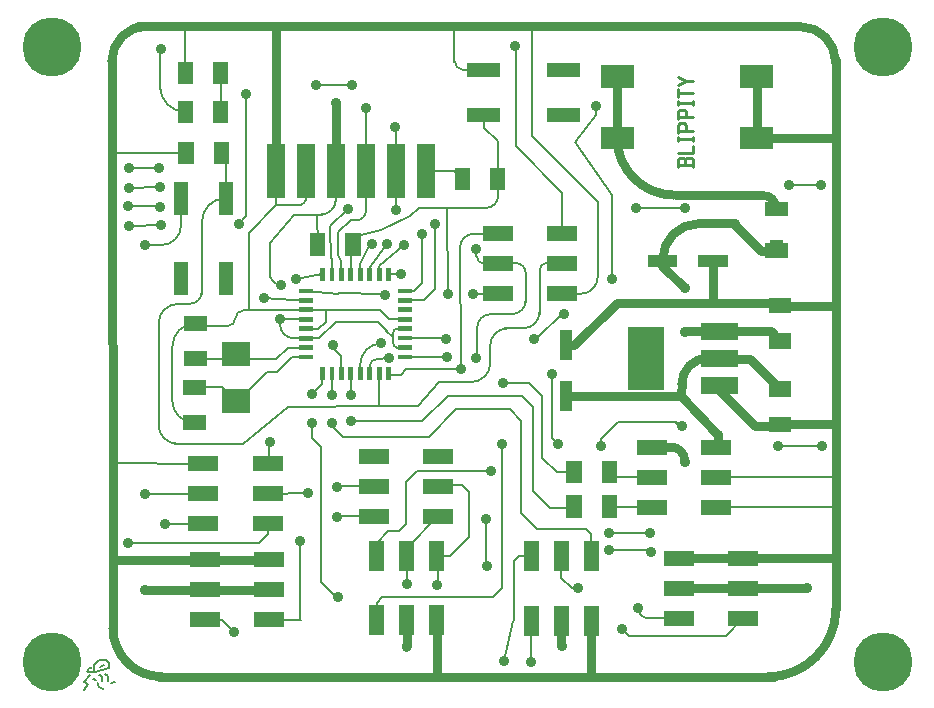
<source format=gbr>
G04 start of page 2 for group 0 idx 0 *
G04 Title: (unknown), top *
G04 Creator: pcb 20140316 *
G04 CreationDate: Wed Jul  8 15:06:37 2015 UTC *
G04 For: frankenteddy *
G04 Format: Gerber/RS-274X *
G04 PCB-Dimensions (mil): 3270.00 2515.00 *
G04 PCB-Coordinate-Origin: lower left *
%MOIN*%
%FSLAX25Y25*%
%LNTOP*%
%ADD28C,0.1575*%
%ADD27C,0.0150*%
%ADD26C,0.1968*%
%ADD25C,0.0350*%
%ADD24R,0.0157X0.0157*%
%ADD23R,0.0600X0.0600*%
%ADD22R,0.1220X0.1220*%
%ADD21R,0.0394X0.0394*%
%ADD20R,0.0560X0.0560*%
%ADD19R,0.0118X0.0118*%
%ADD18R,0.0472X0.0472*%
%ADD17R,0.0748X0.0748*%
%ADD16R,0.0787X0.0787*%
%ADD15R,0.0510X0.0510*%
%ADD14R,0.0500X0.0500*%
%ADD13C,0.0100*%
%ADD12C,0.0300*%
%ADD11C,0.0070*%
G54D11*X95700Y176600D02*X86700Y167500D01*
X95900Y176700D02*X95700Y176900D01*
X101800Y173400D02*X93700Y164100D01*
X85900Y173000D02*Y213800D01*
G54D12*X95700Y188300D02*Y231300D01*
G54D11*X99689Y129176D02*X95763Y125250D01*
X93700Y164100D02*X93600Y153600D01*
X97100Y138600D02*Y136700D01*
D03*
X86700Y167500D02*X86650Y141800D01*
X71000Y171800D02*Y147200D01*
X83300Y170300D02*Y170400D01*
X85900Y173000D01*
X63000Y143700D02*X67000Y143800D01*
X79800Y136500D02*X69700D01*
X68950Y137250D01*
X95700Y188200D02*Y176600D01*
X105700Y188200D02*Y178500D01*
X104000Y176700D02*X95900D01*
X115700Y188200D02*X115731Y178069D01*
X79000Y179000D02*Y192500D01*
X77500Y194000D01*
X77350Y217650D02*X77300Y217700D01*
X57100Y215400D02*X57200Y228700D01*
X57400Y228900D01*
X121100Y216800D02*X109100D01*
X109000Y216700D01*
X120675Y163875D02*X120900Y164100D01*
X125700Y174600D02*Y208700D01*
X125600Y208800D01*
X135750Y188250D02*Y175750D01*
X123100Y171600D02*X120600D01*
X116400Y167800D02*Y160199D01*
X117525Y157975D02*X116400Y160200D01*
X120600Y171600D02*X116400Y167700D01*
X113900Y169700D02*X119600Y175500D01*
X135600Y188100D02*Y202800D01*
X135500Y202900D01*
X91850Y141750D02*X105697D01*
X105721Y138625D02*X97000Y138600D01*
X109600Y163500D02*X109500Y173500D01*
X111226Y153579D02*X102400Y152200D01*
X101800Y173500D02*X111161D01*
X105721Y144924D02*X101624D01*
X91400Y145800D01*
X114376Y153579D02*Y157876D01*
X114000Y159700D01*
X113900Y168800D01*
Y169700D01*
X105825Y132325D02*X110225D01*
X105721Y126026D02*X101026D01*
X110225Y132325D02*X115600Y137700D01*
X120675Y153579D02*Y163875D01*
X121300Y166200D02*X130600Y168400D01*
X130800Y168424D02*X140500Y173000D01*
X123825Y153579D02*Y156225D01*
X127550Y164350D02*X123800Y157100D01*
Y156200D01*
X123825Y156175D01*
X126974Y153579D02*Y155974D01*
X132800Y163600D01*
X130124Y153579D02*X130100Y156300D01*
X130099Y156399D02*X138400Y163500D01*
X152900Y175794D02*X153000Y147000D01*
X143400Y175800D02*X140568Y173032D01*
X148800Y148600D02*Y170500D01*
X141774Y148074D02*X144500Y150800D01*
Y166900D01*
X133400Y125800D02*X129300Y125400D01*
X134800Y130700D02*X134750Y132585D01*
X132500Y134835D01*
X115600Y137700D02*X129635D01*
X132667Y134667D01*
X134750Y132200D02*X134800Y134300D01*
X133273Y153579D02*X137479D01*
X137500Y153600D01*
X138779Y144924D02*X145124D01*
X148800Y148600D01*
X138779Y148074D02*X141774D01*
X138779Y132326D02*X152574D01*
X152600Y132300D01*
X155000Y188200D02*X157800Y185400D01*
X152100Y175800D02*X165900Y175700D01*
X152300Y175800D02*X143300D01*
X191200Y167100D02*Y180700D01*
X207900Y162800D02*Y180200D01*
X203000Y177800D02*X181200Y199600D01*
X207900Y180200D02*X195513Y197787D01*
X169800Y179500D02*Y184576D01*
X169676Y184700D01*
X191200Y180700D02*X175600Y196300D01*
X169600Y185400D02*Y197900D01*
G54D12*X229000Y180000D02*X257900D01*
G54D11*X215600Y175700D02*X232100D01*
X232200Y175600D01*
X266900Y183400D02*X277200D01*
X277300Y183300D01*
G54D12*X262600Y161520D02*X257480D01*
X248500Y170500D01*
X236800Y170600D02*X248600D01*
X115699Y188300D02*Y210699D01*
X115800Y210800D01*
G54D11*X65500Y220700D02*X65400Y236100D01*
X123825Y120521D02*Y124125D01*
X114376Y120521D02*Y113324D01*
X114400Y113300D01*
X111227Y120521D02*Y117127D01*
X108000Y113900D01*
X101026Y126026D02*X96000Y121000D01*
X56600Y137300D02*X56700Y102500D01*
X62200Y97100D02*X84800D01*
X99600Y109522D01*
X120600Y104600D02*X144500D01*
X153100Y113200D01*
X155800Y108600D02*X146600Y99400D01*
X118000D01*
X114500Y102900D01*
Y104300D01*
X114600Y104400D01*
X107800Y104200D02*Y99000D01*
X135600Y188100D02*X135700Y188200D01*
X145700D02*X155000D01*
X169600Y197900D02*X165000Y202500D01*
Y206728D01*
X164928Y206800D01*
G54D12*X49800Y236300D02*X270000D01*
G54D11*X175600Y229300D02*X175300Y229600D01*
G54D12*X95700Y230600D02*Y235800D01*
X95900Y236000D01*
G54D11*X175600Y196300D02*Y229300D01*
X181200Y199600D02*Y221600D01*
X164928Y221761D02*X158039D01*
X181200Y221600D02*Y236400D01*
X155200Y224400D02*Y236400D01*
G54D12*X209500Y219472D02*Y199000D01*
X210000D01*
G54D11*X202300Y209700D02*Y206700D01*
X195600Y197900D01*
G54D12*X255957Y219472D02*Y199000D01*
X280600Y198900D01*
G54D11*X169700Y167100D02*X161200D01*
X169700Y157100D02*X165000D01*
X162500Y162200D02*Y159600D01*
X169700Y147100D02*X163000D01*
X179000Y144500D02*Y154400D01*
X176000Y157400D02*X170000D01*
X169700Y157100D01*
X183600Y140300D02*Y155500D01*
X167300Y140300D02*X174300D01*
X157550Y124650D02*X157050Y162950D01*
X163800Y147100D02*X161600D01*
X157500Y122000D02*Y125421D01*
X157539Y125461D01*
X181800Y131900D02*X182400D01*
X191600Y141100D01*
X207900Y163000D02*Y152000D01*
X171800Y135600D02*X178900D01*
X167150Y123350D02*X167200Y130100D01*
X162750Y125750D02*X162800Y135700D01*
X126975Y120521D02*Y123075D01*
X139150Y121950D02*X157450D01*
X157500Y122000D01*
X157539Y125461D02*X157550Y121950D01*
X184500Y113000D02*X180000Y117500D01*
X171500D01*
X153100Y113200D02*X177600D01*
X181300Y109500D01*
X177500Y104700D02*X173600Y108600D01*
X187600Y120300D02*Y99000D01*
X189500Y97100D01*
X204100Y98800D02*X209600Y104300D01*
X173600Y108600D02*X155800D01*
X209600Y104300D02*X229200D01*
X229300Y104200D01*
X231000Y103000D02*X230100D01*
X228800Y104300D01*
G54D12*X41000Y225200D02*X41302Y36800D01*
X41301Y37500D02*Y34701D01*
G54D11*X77350Y207750D02*Y217650D01*
X61200Y129700D02*X61100Y111400D01*
X68550Y115950D02*X77676D01*
X82344Y111282D01*
X83182D01*
X64039Y179000D02*X64100Y169900D01*
X69100Y125500D02*X95763Y125250D01*
X91900Y141750D02*X84700Y141700D01*
X105721Y129176D02*X99689D01*
X83182Y111282D02*X92900Y121000D01*
X96050Y121050D01*
X65700Y194000D02*X40957Y193900D01*
X46900Y188900D02*X56500D01*
X57000Y182700D02*X46500Y182500D01*
X58100Y163400D02*X52000D01*
X56600Y176300D02*X46500D01*
X57600Y169900D02*X46700Y169800D01*
X90000Y64000D02*X46400D01*
X71500Y70500D02*X58600D01*
X93500Y38500D02*X104000D01*
X103900D02*Y64500D01*
X72000Y38500D02*X77900D01*
X81900Y34500D01*
X150150Y117650D02*X160800Y117700D01*
X152673Y126027D02*X152750Y125950D01*
X138779Y126027D02*X152673D01*
X117526Y120521D02*Y126374D01*
X114400Y129500D01*
X142950Y109550D02*X150150Y117650D01*
X131300Y109550D02*X142950D01*
X130124Y120421D02*X130200Y109700D01*
X131400Y109550D02*X99578Y109522D01*
X120675Y120521D02*X120700Y113600D01*
X137274Y120074D02*X139150Y121950D01*
X133274Y120074D02*X137274D01*
X138779Y135475D02*X135900Y135500D01*
X138753Y129150D02*X138779Y129176D01*
X136100Y129200D02*X138753Y129150D01*
X138779Y138625D02*X133475D01*
X130250Y141850D02*X109850D01*
X133475Y138625D02*X130250Y141850D01*
X117525Y153579D02*Y158025D01*
X105721Y132325D02*X101475D01*
X109875Y135475D02*X112250Y137850D01*
X105721Y135475D02*X109875D01*
X109850Y141850D02*X109750Y141750D01*
X109950D02*X105950D01*
X112250Y137850D02*Y141850D01*
X105697Y141750D02*X105721Y141774D01*
Y148073D02*X116500Y147200D01*
X116391Y147209D02*X132100Y147200D01*
X71500Y90500D02*X41218Y90600D01*
X93000Y90500D02*X93900Y97900D01*
X107800Y99000D02*X110900Y95900D01*
X71500Y80500D02*X52000D01*
G54D12*X93500Y58500D02*X41267D01*
X93500D02*X64500D01*
X93500Y48500D02*X52000D01*
G54D11*X149400Y59800D02*X153900D01*
X139400Y62500D02*X149900Y73000D01*
X129400Y59800D02*Y64100D01*
X133200Y67900D01*
X136700D01*
X139100Y70300D01*
X153900Y59800D02*X160100Y66000D01*
X139400Y62500D02*Y50500D01*
X149600Y59700D02*X149500Y59800D01*
X131200Y46000D02*X161300D01*
X161000D02*X168200D01*
X160100Y66000D02*Y81000D01*
X157800Y83300D01*
X150200D01*
X149900Y83000D01*
X142800Y88200D02*X160000D01*
X159800D02*X167300D01*
X149600Y50300D02*Y59700D01*
G54D12*X139400Y38300D02*Y29600D01*
X139200Y29400D01*
X149400Y38300D02*Y19501D01*
G54D11*X129400Y38300D02*Y44200D01*
X131200Y46000D01*
X165900Y71200D02*Y57200D01*
X139100Y70300D02*Y84500D01*
X142800Y88200D01*
X106300Y80700D02*X93000Y80500D01*
Y70500D02*Y67000D01*
X90000Y64000D01*
X110900Y95900D02*Y51000D01*
X116100Y45800D01*
X128400Y73000D02*X116600D01*
X116200Y72600D01*
X128400Y83000D02*X116300D01*
X116100Y82800D01*
G54D12*X261700Y19500D02*X56700Y19502D01*
G54D11*X193250Y19651D02*X193100Y19501D01*
X168100Y19502D02*X168099Y19501D01*
X118250Y19552D02*X118200Y19502D01*
X143250Y19651D02*X143100Y19501D01*
G54D12*X200900D02*X200899Y19501D01*
X57500Y19602D02*X57400Y19502D01*
G54D11*X37700Y18000D02*Y19700D01*
X35700Y18300D02*X34700Y18700D01*
X33800Y20100D02*X31700Y17700D01*
X33100Y17100D02*X31600Y15200D01*
X31700Y17700D02*X33100Y17100D01*
X37700Y19700D02*X36700Y20200D01*
X39600Y17900D02*Y19700D01*
X40900Y17400D02*X42000Y17700D01*
X39600Y19700D02*X38600Y20400D01*
X40200Y22528D02*X40100Y22428D01*
X35200Y21072D02*X32928D01*
X35200D02*Y23300D01*
X36800Y24900D01*
X35300Y21100D02*X40000Y22400D01*
X36800Y24900D02*X39200D01*
X40200Y23900D01*
Y22528D01*
X37000Y22800D02*X38400Y23300D01*
X203000Y152600D02*Y177800D01*
X191200Y147100D02*X197500D01*
X185500Y157400D02*X190900D01*
X191200Y157100D01*
G54D12*X192327Y130031D02*X195031D01*
X209500Y144000D01*
X241431Y158173D02*X241500Y144100D01*
X243500Y125500D02*X253700D01*
X243500Y116500D02*Y115000D01*
X255500Y103000D01*
X263000Y144000D02*X263800Y143200D01*
X281000D01*
X260600Y134600D02*X263800Y131400D01*
X260600Y134600D02*X232100D01*
X232000Y134500D01*
X263800Y103600D02*X281300D01*
X253700Y125500D02*X263800Y115400D01*
X255500Y103000D02*X263400D01*
X264000Y103600D01*
X263000Y103100D02*X263500Y103600D01*
G54D11*X263000Y96400D02*X277400D01*
G54D12*X243000Y125500D02*X236600Y125300D01*
X230600Y113100D02*X242900Y100500D01*
X243000D02*Y96500D01*
X221000Y96000D02*X227000D01*
X263000Y144000D02*X209500D01*
X224502Y156498D02*X232000Y149000D01*
X231000Y118100D02*X230900Y113100D01*
X231200D02*X198629D01*
X200700D02*X192327Y113102D01*
G54D11*X184500Y92500D02*Y113000D01*
X181300Y109500D02*Y81300D01*
X204100Y96300D02*Y98800D01*
G54D12*X230000Y59000D02*X280500D01*
X230000Y49000D02*X272600D01*
G54D11*X245600Y33100D02*X251500Y39000D01*
X242500Y76000D02*X282300D01*
X206600Y67300D02*X220500D01*
X206900Y61800D02*X220100D01*
X220800Y61100D01*
X242500Y86000D02*X282300D01*
X230000Y39000D02*X219800D01*
X211000Y35400D02*X211200D01*
X213500Y33100D01*
X245600D01*
G54D12*X282300Y225000D02*Y41900D01*
X279500Y59000D02*X282100D01*
X282300Y59200D01*
G54D11*X221000Y76000D02*X207100D01*
X206850Y76250D01*
X181300Y81300D02*X187000Y75600D01*
X194400D01*
X195050Y76250D01*
X221000Y86000D02*X208600D01*
X206850Y87750D01*
X195050D02*X189250D01*
X184500Y92500D01*
X199200Y68800D02*X182800D01*
X177500Y74100D01*
Y104700D01*
G54D12*X190900Y38200D02*Y29600D01*
G54D11*Y59700D02*Y52500D01*
X196300Y49100D02*X194300D01*
X190900Y52500D01*
G54D12*X200900Y38200D02*Y19501D01*
G54D11*Y59700D02*Y67100D01*
X199200Y68800D01*
X180900Y38200D02*Y24500D01*
Y59700D02*X176550Y59650D01*
X171600Y24600D02*X174900Y38200D01*
X174924Y38300D02*Y58024D01*
X176600Y59700D01*
X168200Y46000D02*X171100Y48900D01*
Y97200D01*
X130900Y130600D02*G75*G03X123800Y123500I0J-7100D01*G01*
X136100Y135500D02*G75*G03X134800Y134200I0J-1300D01*G01*
X136200Y129200D02*G75*G02X134800Y130600I0J1400D01*G01*
X129500Y125400D02*G75*G03X126900Y122800I0J-2600D01*G01*
X125700Y174800D02*G75*G02X122500Y171600I-3200J0D01*G01*
X178200Y135600D02*G75*G03X183600Y141000I0J5400D01*G01*
X174300Y140300D02*G75*G03X179000Y145000I0J4700D01*G01*
X185900Y157400D02*G75*G03X183600Y155100I0J-2300D01*G01*
X175600Y157400D02*G75*G02X179000Y154000I0J-3400D01*G01*
X162500Y159900D02*G75*G03X165300Y157100I2800J0D01*G01*
X161600Y167100D02*G75*G03X157100Y162600I0J-4500D01*G01*
X165600Y175700D02*G75*G03X169800Y179900I0J4200D01*G01*
X158300Y221700D02*G75*G02X155200Y224800I0J3100D01*G01*
X79000Y179000D02*G75*G03X71000Y171000I0J-8000D01*G01*
X65550Y207750D02*G75*G02X57100Y216200I0J8450D01*G01*
X105700Y178800D02*G75*G02X103600Y176700I-2100J0D01*G01*
X71000Y147800D02*G75*G02X67000Y143800I-4000J0D01*G01*
X63000Y143700D02*G75*G03X56600Y137300I0J-6400D01*G01*
X68950Y137250D02*G75*G03X61200Y129500I0J-7750D01*G01*
X85100Y141700D02*G75*G03X82100Y138700I0J-3000D01*G01*
G75*G02X79900Y136500I-2200J0D01*G01*
X115700Y178500D02*G75*G02X110700Y173500I-5000J0D01*G01*
X97500Y150100D02*G75*G02X93600Y154000I0J3900D01*G01*
X101700Y132300D02*G75*G02X97100Y136900I0J4600D01*G01*
X57600Y163400D02*G75*G03X64100Y169900I0J6500D01*G01*
G54D12*X52800Y236400D02*G75*G03X41000Y224600I0J-11800D01*G01*
G54D11*X56600Y103400D02*G75*G03X62900Y97100I6300J0D01*G01*
G54D12*X57500Y19500D02*G75*G02X41400Y35600I0J16100D01*G01*
G54D11*X68550Y104150D02*G75*G02X61100Y111600I0J7450D01*G01*
X36200Y17400D02*G75*G03X38200Y15400I2000J0D01*G01*
X32900Y21200D02*G75*G02X34200Y22500I1300J0D01*G01*
X160800Y117700D02*G75*G03X167200Y124100I0J6400D01*G01*
X167100Y129800D02*G75*G02X172900Y135600I5800J0D01*G01*
X167300Y140300D02*G75*G03X162800Y135800I0J-4500D01*G01*
G54D12*X239700Y125700D02*G75*G03X231000Y117000I0J-8700D01*G01*
G54D11*X197300Y147100D02*G75*G03X203000Y152800I0J5700D01*G01*
G54D12*X209400Y199200D02*G75*G03X228600Y180000I19200J0D01*G01*
X262500Y175400D02*G75*G03X257900Y180000I-4600J0D01*G01*
X224600Y158400D02*G75*G02X236700Y170500I12100J0D01*G01*
X270400Y236200D02*G75*G02X282300Y224300I0J-11900D01*G01*
X282400Y42200D02*G75*G02X259600Y19400I-22800J0D01*G01*
X227500Y96000D02*G75*G02X232000Y91500I0J-4500D01*G01*
G54D11*X216400Y42500D02*G75*G03X219900Y39000I3500J0D01*G01*
G54D13*X234750Y191900D02*Y189400D01*
Y191900D02*X234125Y192525D01*
X232625D02*X234125D01*
X232000Y191900D02*X232625Y192525D01*
X232000Y191900D02*Y190025D01*
X229750D02*X234750D01*
X229750Y191900D02*Y189400D01*
Y191900D02*X230375Y192525D01*
X231375D01*
X232000Y191900D02*X231375Y192525D01*
X229750Y194025D02*X234750D01*
Y196525D02*Y194025D01*
X229750Y199275D02*Y198025D01*
Y198650D02*X234750D01*
Y199275D02*Y198025D01*
X229750Y201400D02*X234750D01*
X229750Y203275D02*Y200775D01*
Y203275D02*X230375Y203900D01*
X231625D01*
X232250Y203275D02*X231625Y203900D01*
X232250Y203275D02*Y201400D01*
X229750Y206025D02*X234750D01*
X229750Y207900D02*Y205400D01*
Y207900D02*X230375Y208525D01*
X231625D01*
X232250Y207900D02*X231625Y208525D01*
X232250Y207900D02*Y206025D01*
X229750Y211275D02*Y210025D01*
Y210650D02*X234750D01*
Y211275D02*Y210025D01*
X229750Y215275D02*Y212775D01*
Y214025D02*X234750D01*
X229750Y216775D02*X232250Y218025D01*
X229750Y219275D01*
X232250Y218025D02*X234750D01*
G54D14*X69000Y70500D02*X74000D01*
X69000Y80500D02*X74000D01*
X69500Y38500D02*X74500D01*
X69500Y48500D02*X74500D01*
X69500Y58500D02*X74500D01*
X69000Y90500D02*X74000D01*
X90500Y70500D02*X95500D01*
X91000Y38500D02*X96000D01*
X91000Y48500D02*X96000D01*
X91000Y58500D02*X96000D01*
X90500Y80500D02*X95500D01*
X90500Y90500D02*X95500D01*
G54D15*X67350Y104150D02*X69750D01*
X67350Y115950D02*X69750D01*
G54D16*X81556Y111282D02*X83131D01*
G54D17*X254185Y219473D02*X257728D01*
X254185Y199000D02*X257728D01*
X207728D02*X211272D01*
X207728Y219473D02*X211272D01*
G54D18*X188550Y206800D02*X194849D01*
X188550Y221761D02*X194849D01*
X161779Y206800D02*X168078D01*
X161779Y221761D02*X168078D01*
X261222Y161521D02*X263978D01*
X261222Y175300D02*X263978D01*
G54D19*X261025Y164473D02*X264175D01*
G54D15*X262600Y143200D02*X265000D01*
X262600Y131400D02*X265000D01*
G54D20*X240200Y116500D02*X246800D01*
X240200Y125500D02*X246800D01*
X240200Y134600D02*X246800D01*
G54D21*X221550Y158173D02*X227455D01*
X238479D02*X244384D01*
G54D15*X262600Y115400D02*X265000D01*
G54D22*X219100Y130000D02*Y121000D01*
G54D21*X192327Y116055D02*Y110150D01*
Y132984D02*Y127079D01*
G54D14*X167200Y147100D02*X172200D01*
X167200Y157100D02*X172200D01*
X167200Y167100D02*X172200D01*
X188700Y147100D02*X193700D01*
X188700Y157100D02*X193700D01*
X188700Y167100D02*X193700D01*
G54D15*X262600Y103600D02*X265000D01*
G54D14*X240000Y96000D02*X245000D01*
X240000Y86000D02*X245000D01*
X240000Y76000D02*X245000D01*
X249000Y49000D02*X254000D01*
X218500Y76000D02*X223500D01*
X227500Y39000D02*X232500D01*
X227500Y49000D02*X232500D01*
X227500Y59000D02*X232500D01*
X249000Y39000D02*X254000D01*
X200900Y40700D02*Y35700D01*
X249000Y59000D02*X254000D01*
X200900Y62200D02*Y57200D01*
X190900Y62200D02*Y57200D01*
X180900Y62200D02*Y57200D01*
X218500Y96000D02*X223500D01*
X218500Y86000D02*X223500D01*
G54D15*X195050Y88950D02*Y86550D01*
X206850Y88950D02*Y86550D01*
X195050Y77450D02*Y75050D01*
X206850Y77450D02*Y75050D01*
G54D14*X190900Y40700D02*Y35700D01*
X180900Y40700D02*Y35700D01*
X149400Y40800D02*Y35800D01*
X139400Y40800D02*Y35800D01*
X129400Y40800D02*Y35800D01*
X149400Y62300D02*Y57300D01*
X147400Y83000D02*X152400D01*
X147400Y93000D02*X152400D01*
X139400Y62300D02*Y57300D01*
X129400Y62300D02*Y57300D01*
X125900Y73000D02*X130900D01*
X147400D02*X152400D01*
X125900Y83000D02*X130900D01*
X125900Y93000D02*X130900D01*
G54D18*X79000Y155378D02*Y149079D01*
X64039Y182149D02*Y175850D01*
Y155378D02*Y149079D01*
X79000Y182149D02*Y175850D01*
G54D15*X65700Y195200D02*Y192800D01*
X77500Y195200D02*Y192800D01*
G54D23*X95700Y194200D02*Y182200D01*
G54D15*X65500Y221900D02*Y219500D01*
X77300Y221900D02*Y219500D01*
X65550Y208950D02*Y206550D01*
X77350Y208950D02*Y206550D01*
G54D23*X105700Y194200D02*Y182200D01*
X115700Y194200D02*Y182200D01*
X125700Y194200D02*Y182200D01*
G54D15*X121400Y164700D02*Y162300D01*
G54D23*X135700Y194200D02*Y182200D01*
X145700Y194200D02*Y182200D01*
G54D15*X157800Y186600D02*Y184200D01*
X169600Y186600D02*Y184200D01*
X109600Y164700D02*Y162300D01*
G54D24*X104258Y148073D02*X107184D01*
X104258Y144924D02*X107184D01*
X104258Y141774D02*X107184D01*
X104258Y138625D02*X107184D01*
X104258Y135475D02*X107184D01*
X111226Y155042D02*Y152116D01*
X104258Y132325D02*X107184D01*
X104258Y129176D02*X107184D01*
X104258Y126026D02*X107184D01*
X111227Y121984D02*Y119058D01*
G54D16*X81556Y127030D02*X83131D01*
G54D15*X67750Y125450D02*X70150D01*
X67750Y137250D02*X70150D01*
G54D24*X114376Y121984D02*Y119058D01*
X117526Y121984D02*Y119058D01*
X120675Y121984D02*Y119058D01*
X123825Y121984D02*Y119058D01*
X126975Y121984D02*Y119058D01*
X130124Y121984D02*Y119058D01*
X133274Y121984D02*Y119058D01*
X137316Y126027D02*X140242D01*
X137316Y129176D02*X140242D01*
X137316Y132326D02*X140242D01*
X137316Y135475D02*X140242D01*
X137316Y138625D02*X140242D01*
X137316Y141775D02*X140242D01*
X137316Y144924D02*X140242D01*
X137316Y148074D02*X140242D01*
X133273Y155042D02*Y152116D01*
X130124Y155042D02*Y152116D01*
X126974Y155042D02*Y152116D01*
X123825Y155042D02*Y152116D01*
X120675Y155042D02*Y152116D01*
X117525Y155042D02*Y152116D01*
X114376Y155042D02*Y152116D01*
G54D25*X153000Y147000D03*
X162500Y162200D03*
X162450Y125850D03*
X152700Y126100D03*
X157500Y122000D03*
X152400Y132100D03*
G54D26*X298000Y24500D03*
G54D25*X272900Y48900D03*
X139300Y50400D03*
X149500Y50100D03*
X216400Y42500D03*
X196300Y49100D03*
X206900Y67300D03*
X220500D03*
X220800Y61100D03*
X206900Y61800D03*
X211000Y35400D03*
X191000Y29600D03*
X180800Y24400D03*
X171600Y24600D03*
X139300Y29700D03*
X165900Y72200D03*
X166000Y56400D03*
X161500Y147000D03*
X232000Y149000D03*
X207900Y152000D03*
X232000Y91000D03*
X189700Y97100D03*
X204100Y96300D03*
X231000Y103000D03*
X171000Y97100D03*
X167300Y88200D03*
X232000Y134500D03*
X171500Y117500D03*
X187600Y120300D03*
X181800Y131900D03*
X191900Y140400D03*
X263000Y96400D03*
X277600Y96300D03*
X57200Y176200D03*
X119600Y175500D03*
X215600Y175700D03*
X232200Y175600D03*
X277300Y183300D03*
X266900Y183400D03*
X175300Y229600D03*
G54D26*X298000Y229500D03*
G54D25*X202300Y209700D03*
X121100Y216800D03*
X109100D03*
X85900Y213600D03*
G54D26*X21000Y229500D03*
G54D25*X57300Y228700D03*
X115600Y210800D03*
X125900Y209200D03*
X52000Y163500D03*
X56600Y188900D03*
X46700D03*
X46600Y182500D03*
Y169700D03*
X57000Y182700D03*
X135500Y202800D03*
X46500Y176300D03*
X57500Y169900D03*
X148700Y170500D03*
X144500Y166900D03*
X138400Y163500D03*
X83300Y170300D03*
G54D26*X21000Y24500D03*
G54D25*X52000Y48500D03*
Y80500D03*
X46300Y64000D03*
X106300Y80600D03*
X116200Y72600D03*
X116100Y82800D03*
X116500Y45900D03*
X103700Y64600D03*
X81700Y34400D03*
X58700Y70400D03*
X97500Y150100D03*
X102400Y152200D03*
X91600Y145700D03*
X97000Y138600D03*
X135800Y175100D03*
X130900Y130600D03*
X132800Y163600D03*
X127800Y163700D03*
X132100Y146800D03*
X137500Y153600D03*
X114700Y130200D03*
X133400Y125800D03*
X93900Y97800D03*
X120700Y113400D03*
X120600Y104600D03*
X114400Y113400D03*
X114300Y104200D03*
X107800Y113800D03*
Y104200D03*
G54D27*G54D28*G54D27*G54D28*G54D27*G54D28*G54D27*G54D28*G54D27*M02*

</source>
